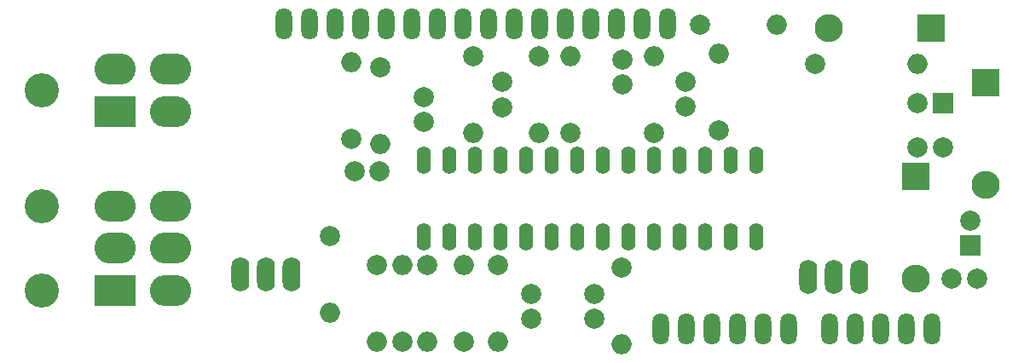
<source format=gbs>
G04 #@! TF.GenerationSoftware,KiCad,Pcbnew,5.1.2-f72e74a~84~ubuntu19.04.1*
G04 #@! TF.CreationDate,2019-06-18T19:15:32+02:00*
G04 #@! TF.ProjectId,SLC_Free_PCB,534c435f-4672-4656-955f-5043422e6b69,rev?*
G04 #@! TF.SameCoordinates,Original*
G04 #@! TF.FileFunction,Soldermask,Bot*
G04 #@! TF.FilePolarity,Negative*
%FSLAX46Y46*%
G04 Gerber Fmt 4.6, Leading zero omitted, Abs format (unit mm)*
G04 Created by KiCad (PCBNEW 5.1.2-f72e74a~84~ubuntu19.04.1) date 2019-06-18 19:15:32*
%MOMM*%
%LPD*%
G04 APERTURE LIST*
%ADD10O,2.000000X2.000000*%
%ADD11C,2.000000*%
%ADD12C,3.400000*%
%ADD13O,4.100000X3.100000*%
%ADD14R,4.100000X3.100000*%
%ADD15O,1.778000X3.454400*%
%ADD16O,1.422400X2.743200*%
%ADD17O,1.625600X3.149600*%
%ADD18R,2.800000X2.800000*%
%ADD19O,2.800000X2.800000*%
%ADD20R,2.000000X2.000000*%
G04 APERTURE END LIST*
D10*
X152981500Y-122110000D03*
D11*
X152981500Y-114490000D03*
D12*
X95430000Y-96890000D03*
D13*
X108230000Y-94790000D03*
X108230000Y-98990000D03*
X102730000Y-94790000D03*
D14*
X102730000Y-98990000D03*
D12*
X95420000Y-108380000D03*
X95420000Y-116780000D03*
D13*
X108220000Y-108380000D03*
X108220000Y-112580000D03*
X108220000Y-116780000D03*
X102720000Y-108380000D03*
X102720000Y-112580000D03*
D14*
X102720000Y-116780000D03*
D10*
X182400000Y-94270000D03*
D11*
X172240000Y-94270000D03*
X141150000Y-96050000D03*
X141150000Y-98550000D03*
D10*
X147925000Y-93480000D03*
D11*
X147925000Y-101100000D03*
D10*
X144810000Y-101090000D03*
D11*
X144810000Y-93470000D03*
D10*
X168395000Y-90375000D03*
D11*
X160775000Y-90375000D03*
D10*
X156250000Y-93505000D03*
D11*
X156250000Y-101125000D03*
D10*
X162650000Y-93205000D03*
D11*
X162650000Y-100825000D03*
D10*
X124050000Y-118950000D03*
D11*
X124050000Y-111330000D03*
D10*
X131275000Y-114200000D03*
D11*
X131275000Y-121820000D03*
D10*
X128725000Y-121820000D03*
D11*
X128725000Y-114200000D03*
D10*
X133725000Y-121820000D03*
D11*
X133725000Y-114200000D03*
D10*
X137325000Y-114200000D03*
D11*
X137325000Y-121820000D03*
D10*
X140725000Y-121820000D03*
D11*
X140725000Y-114200000D03*
D10*
X138300300Y-101079400D03*
D11*
X138300300Y-93459400D03*
D10*
X129075000Y-102170000D03*
D11*
X129075000Y-94550000D03*
D10*
X126200000Y-94080000D03*
D11*
X126200000Y-101700000D03*
X126500000Y-104900000D03*
X129000000Y-104900000D03*
X144075000Y-119575000D03*
X144075000Y-117075000D03*
X150275000Y-117075000D03*
X150275000Y-119575000D03*
X188320000Y-115620000D03*
X185820000Y-115620000D03*
X182400000Y-102570000D03*
X184900000Y-102570000D03*
X159356900Y-98500000D03*
X159356900Y-96000000D03*
X153130000Y-93800000D03*
X153130000Y-96300000D03*
X133347300Y-97538000D03*
X133347300Y-100038000D03*
D15*
X115150000Y-115190000D03*
X117690000Y-115190000D03*
X120230000Y-115190000D03*
X171574300Y-115457200D03*
X174114300Y-115457200D03*
X176654300Y-115457200D03*
D16*
X133347300Y-103848000D03*
X135887300Y-103848000D03*
X138427300Y-103848000D03*
X140967300Y-103848000D03*
X143507300Y-103848000D03*
X146047300Y-103848000D03*
X148587300Y-103848000D03*
X151127300Y-103848000D03*
X153667300Y-103848000D03*
X156207300Y-103848000D03*
X158747300Y-103848000D03*
X161287300Y-103848000D03*
X163827300Y-103848000D03*
X166367300Y-103848000D03*
X166367300Y-111468000D03*
X163827300Y-111468000D03*
X161287300Y-111468000D03*
X158747300Y-111468000D03*
X156207300Y-111468000D03*
X153667300Y-111468000D03*
X143507300Y-111468000D03*
X146047300Y-111468000D03*
X140967300Y-111468000D03*
X138427300Y-111468000D03*
X151127300Y-111468000D03*
X148587300Y-111468000D03*
X135887300Y-111468000D03*
X133347300Y-111468000D03*
D17*
X183817100Y-120586600D03*
X181277100Y-120586600D03*
X178737100Y-120586600D03*
X176197100Y-120586600D03*
X173657100Y-120586600D03*
X157578900Y-90309800D03*
X155038900Y-90309800D03*
X152498900Y-90309800D03*
X149958900Y-90309800D03*
X147418900Y-90309800D03*
X144878900Y-90309800D03*
X142338900Y-90309800D03*
X139798900Y-90309800D03*
X137258900Y-90309800D03*
X134718900Y-90309800D03*
X132178900Y-90309800D03*
X129638900Y-90309800D03*
X127098900Y-90309800D03*
X124558900Y-90309800D03*
X122018900Y-90309800D03*
X119478900Y-90309800D03*
X169593100Y-120586600D03*
X167053100Y-120586600D03*
X164513100Y-120586600D03*
X161973100Y-120586600D03*
X159433100Y-120586600D03*
X156893100Y-120586600D03*
D18*
X183730000Y-90700000D03*
D19*
X173570000Y-90700000D03*
D18*
X182250000Y-105440000D03*
D19*
X182250000Y-115600000D03*
X189140000Y-106300000D03*
D18*
X189140000Y-96140000D03*
D20*
X184900000Y-98160000D03*
D11*
X182400000Y-98160000D03*
X187650000Y-109790000D03*
D20*
X187650000Y-112290000D03*
M02*

</source>
